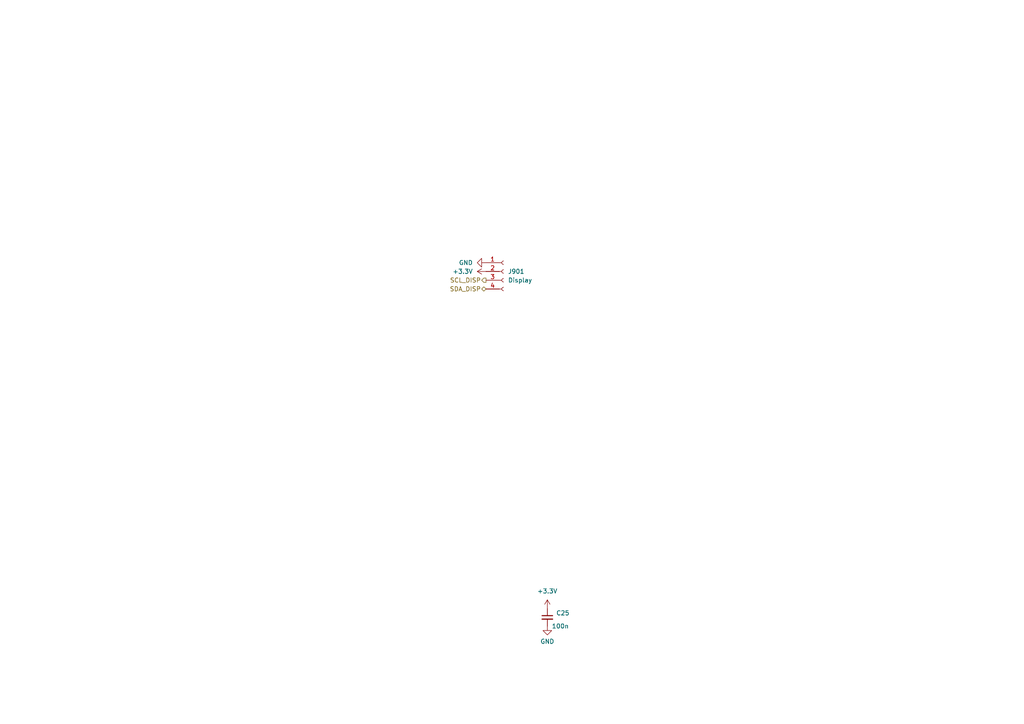
<source format=kicad_sch>
(kicad_sch (version 20230121) (generator eeschema)
  (paper "A4")
  (title_block (date "2023-08-10"))
  (lib_symbols
    (symbol "Connector:Conn_01x04_Socket" (pin_names (offset 1.016) hide)
      (property "Reference" "J" (at 0 5.08 0))
      (property "Value" "Conn_01x04_Socket" (at 0 -7.62 0))
      (symbol "Conn_01x04_Socket_1_1"
        (arc (start 0 -4.572) (mid -0.5058 -5.08) (end 0 -5.588) (stroke (width 0.1524)))
        (arc (start 0 -2.032) (mid -0.5058 -2.54) (end 0 -3.048) (stroke (width 0.1524)))
        (polyline (pts (xy -1.27 -5.08) (xy -0.508 -5.08)) (stroke (width 0.1524)))
        (polyline (pts (xy -1.27 -2.54) (xy -0.508 -2.54)) (stroke (width 0.1524)))
        (polyline (pts (xy -1.27 0) (xy -0.508 0)) (stroke (width 0.1524)))
        (polyline (pts (xy -1.27 2.54) (xy -0.508 2.54)) (stroke (width 0.1524)))
        (arc (start 0 0.508) (mid -0.5058 0) (end 0 -0.508) (stroke (width 0.1524)))
        (arc (start 0 3.048) (mid -0.5058 2.54) (end 0 2.032) (stroke (width 0.1524)))
        (pin passive line (at -5.08 2.54 0) (length 3.81) (name "Pin_1") (number "1"))
        (pin passive line (at -5.08 0 0) (length 3.81) (name "Pin_2") (number "2"))
        (pin passive line (at -5.08 -2.54 0) (length 3.81) (name "Pin_3") (number "3"))
        (pin passive line (at -5.08 -5.08 0) (length 3.81) (name "Pin_4") (number "4"))
      )
    )
    (symbol "Device:C_Small" (pin_numbers hide) (pin_names (offset 0.254) hide)
      (property "Reference" "C" (at 0.254 1.778 0))
      (property "Value" "C_Small" (at 0.254 -2.032 0))
      (symbol "C_Small_0_1"
        (polyline (pts (xy -1.524 -0.508) (xy 1.524 -0.508)) (stroke (width 0.3302)))
        (polyline (pts (xy -1.524 0.508) (xy 1.524 0.508)) (stroke (width 0.3048)))
      )
      (symbol "C_Small_1_1"
        (pin passive line (at 0 2.54 270) (length 2.032) (name "~") (number "1"))
        (pin passive line (at 0 -2.54 90) (length 2.032) (name "~") (number "2"))
      )
    )
    (symbol "power:+3.3V" (power) (pin_names (offset 0))
      (property "Value" "+3.3V" (at 0 3.556 0))
      (symbol "+3.3V_0_1"
        (polyline (pts (xy -0.762 1.27) (xy 0 2.54)))
        (polyline (pts (xy 0 0) (xy 0 2.54)))
        (polyline (pts (xy 0 2.54) (xy 0.762 1.27)))
      )
      (symbol "+3.3V_1_1"
        (pin power_in line (at 0 0 90) (length 0) hide (name "+3.3V") (number "1"))
      )
    )
    (symbol "power:GND" (power) (pin_names (offset 0))
      (property "Value" "GND" (at 0 -3.81 0))
      (symbol "GND_0_1"
        (polyline (pts (xy 0 0) (xy 0 -1.27) (xy 1.27 -1.27) (xy 0 -2.54) (xy -1.27 -1.27) (xy 0 -1.27)))
      )
      (symbol "GND_1_1"
        (pin power_in line (at 0 0 270) (length 0) hide (name "GND") (number "1"))
      )
    )
  )
  (hierarchical_label "SDA_DISP" (shape bidirectional) (at 140.97 83.82 180))
  (hierarchical_label "SCL_DISP" (shape output) (at 140.97 81.28 180))
  (symbol (lib_id "power:+3.3V") (at 140.97 78.74 90) (unit 1)
    (property "Reference" "#PWR0902" (effects hide))
    (property "Value" "+3.3V" (at 137.16 78.74 90) (effects (justify left)))
  )
  (symbol (lib_id "power:GND") (at 158.75 181.61 0) (unit 1)
    (property "Reference" "#PWR0121" (effects hide))
    (property "Value" "GND" (at 158.75 186.055 0))
    (instances (project "Nice-Buoy-V1.0" (path "" (reference "#PWR0121") (unit 1)) (path "" (reference "#PWR038") (unit 1)) (path "" (reference "#PWR0904") (unit 1))))
  )
  (symbol (lib_id "Connector:Conn_01x04_Socket") (at 146.05 78.74 0) (unit 1)
    (property "Reference" "J901" (at 147.32 78.74 0) (effects (justify left)))
    (property "Value" "Display" (at 147.32 81.28 0) (effects (justify left)))
    (property "Footprint" "A_Connector:Header_1x04_P2.54_Male" (effects hide))
  )
  (symbol (lib_id "power:GND") (at 140.97 76.2 270) (unit 1)
    (property "Reference" "#PWR0901" (effects hide))
    (property "Value" "GND" (at 137.16 76.2 90) (effects (justify right)))
  )
  (symbol (lib_id "power:+3.3V") (at 158.75 176.53 0) (unit 1)
    (property "Reference" "#PWR02" (effects hide))
    (property "Value" "+3.3V" (at 158.75 171.45 0))
    (instances (project "Nice-Buoy-V1.0" (path "" (reference "#PWR02") (unit 1)) (path "" (reference "#PWR0903") (unit 1))))
  )
  (symbol (lib_id "Device:C_Small") (at 158.75 179.07 0) (unit 1)
    (property "Reference" "C25" (at 161.29 177.8062 0) (effects (justify left)))
    (property "Value" "100n" (at 160.02 181.61 0) (effects (justify left)))
    (property "Footprint" "A_Device:C_0603" (effects hide))
    (property "LCSC" "C14663" (effects hide))
    (instances (project "NIKOLA-02-E-001_PCAScannerController_R1" (path "" (reference "C25") (unit 1))) (project "Nice-Buoy-V1.0" (path "" (reference "C20") (unit 1)) (path "" (reference "C901") (unit 1))))
  )
)
</source>
